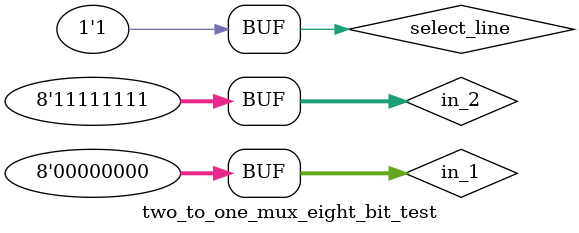
<source format=v>
`timescale 1ns / 1ps


module two_to_one_mux_eight_bit_test;

	// Inputs
	reg [7:0] in_1;
	reg [7:0] in_2;
	reg select_line;

	// Outputs
	wire [7:0] out;

	// Instantiate the Unit Under Test (UUT)
	two_to_one_mux_eight_bit uut (
		.in_1(in_1), 
		.in_2(in_2), 
		.select_line(select_line), 
		.out(out)
	);

	initial begin
		// Initialize Inputs
		in_1 = 0;
		in_2 = 0;
		select_line = 0;

		// Wait 100 ns for global reset to finish
		#100;
        
		// Add stimulus here
		in_1 = 8'b00000000;
		in_2 = 8'b11111111;
		select_line = 0;
		#100;
		in_1 = 8'b00000000;
		in_2 = 8'b11111111;
		select_line = 1;

	end
      
endmodule


</source>
